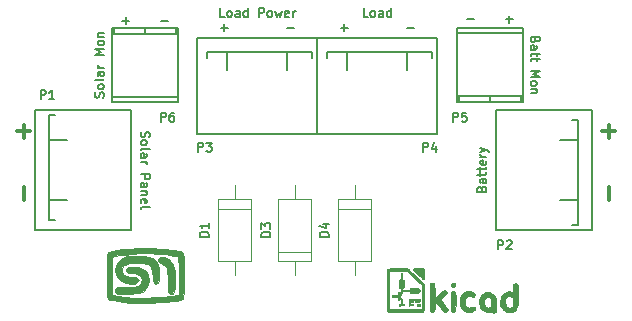
<source format=gbr>
G04 #@! TF.FileFunction,Legend,Top*
%FSLAX46Y46*%
G04 Gerber Fmt 4.6, Leading zero omitted, Abs format (unit mm)*
G04 Created by KiCad (PCBNEW 4.0.0-rc1-stable) date 17/09/2017 11:41:04*
%MOMM*%
G01*
G04 APERTURE LIST*
%ADD10C,0.076200*%
%ADD11C,0.127000*%
%ADD12C,0.300000*%
%ADD13C,0.120000*%
%ADD14C,0.150000*%
%ADD15C,0.100000*%
G04 APERTURE END LIST*
D10*
D11*
X172738142Y-95195571D02*
X172157571Y-95195571D01*
X172447857Y-94905286D02*
X172447857Y-95485857D01*
X169472429Y-95195571D02*
X168891858Y-95195571D01*
X139681858Y-95304429D02*
X140262429Y-95304429D01*
X139972143Y-95594714D02*
X139972143Y-95014143D01*
X142947571Y-95304429D02*
X143528142Y-95304429D01*
X174679429Y-96919143D02*
X174643143Y-97028000D01*
X174606857Y-97064285D01*
X174534286Y-97100571D01*
X174425429Y-97100571D01*
X174352857Y-97064285D01*
X174316571Y-97028000D01*
X174280286Y-96955428D01*
X174280286Y-96665143D01*
X175042286Y-96665143D01*
X175042286Y-96919143D01*
X175006000Y-96991714D01*
X174969714Y-97028000D01*
X174897143Y-97064285D01*
X174824571Y-97064285D01*
X174752000Y-97028000D01*
X174715714Y-96991714D01*
X174679429Y-96919143D01*
X174679429Y-96665143D01*
X174280286Y-97753714D02*
X174679429Y-97753714D01*
X174752000Y-97717428D01*
X174788286Y-97644857D01*
X174788286Y-97499714D01*
X174752000Y-97427143D01*
X174316571Y-97753714D02*
X174280286Y-97681143D01*
X174280286Y-97499714D01*
X174316571Y-97427143D01*
X174389143Y-97390857D01*
X174461714Y-97390857D01*
X174534286Y-97427143D01*
X174570571Y-97499714D01*
X174570571Y-97681143D01*
X174606857Y-97753714D01*
X174788286Y-98007714D02*
X174788286Y-98298000D01*
X175042286Y-98116572D02*
X174389143Y-98116572D01*
X174316571Y-98152857D01*
X174280286Y-98225429D01*
X174280286Y-98298000D01*
X174788286Y-98443143D02*
X174788286Y-98733429D01*
X175042286Y-98552001D02*
X174389143Y-98552001D01*
X174316571Y-98588286D01*
X174280286Y-98660858D01*
X174280286Y-98733429D01*
X174280286Y-99568001D02*
X175042286Y-99568001D01*
X174498000Y-99822001D01*
X175042286Y-100076001D01*
X174280286Y-100076001D01*
X174280286Y-100547715D02*
X174316571Y-100475143D01*
X174352857Y-100438858D01*
X174425429Y-100402572D01*
X174643143Y-100402572D01*
X174715714Y-100438858D01*
X174752000Y-100475143D01*
X174788286Y-100547715D01*
X174788286Y-100656572D01*
X174752000Y-100729143D01*
X174715714Y-100765429D01*
X174643143Y-100801715D01*
X174425429Y-100801715D01*
X174352857Y-100765429D01*
X174316571Y-100729143D01*
X174280286Y-100656572D01*
X174280286Y-100547715D01*
X174788286Y-101128287D02*
X174280286Y-101128287D01*
X174715714Y-101128287D02*
X174752000Y-101164572D01*
X174788286Y-101237144D01*
X174788286Y-101346001D01*
X174752000Y-101418572D01*
X174679429Y-101454858D01*
X174280286Y-101454858D01*
X138103429Y-101817714D02*
X138139714Y-101708857D01*
X138139714Y-101527428D01*
X138103429Y-101454857D01*
X138067143Y-101418571D01*
X137994571Y-101382286D01*
X137922000Y-101382286D01*
X137849429Y-101418571D01*
X137813143Y-101454857D01*
X137776857Y-101527428D01*
X137740571Y-101672571D01*
X137704286Y-101745143D01*
X137668000Y-101781428D01*
X137595429Y-101817714D01*
X137522857Y-101817714D01*
X137450286Y-101781428D01*
X137414000Y-101745143D01*
X137377714Y-101672571D01*
X137377714Y-101491143D01*
X137414000Y-101382286D01*
X138139714Y-100946857D02*
X138103429Y-101019429D01*
X138067143Y-101055714D01*
X137994571Y-101092000D01*
X137776857Y-101092000D01*
X137704286Y-101055714D01*
X137668000Y-101019429D01*
X137631714Y-100946857D01*
X137631714Y-100838000D01*
X137668000Y-100765429D01*
X137704286Y-100729143D01*
X137776857Y-100692857D01*
X137994571Y-100692857D01*
X138067143Y-100729143D01*
X138103429Y-100765429D01*
X138139714Y-100838000D01*
X138139714Y-100946857D01*
X138139714Y-100257428D02*
X138103429Y-100330000D01*
X138030857Y-100366285D01*
X137377714Y-100366285D01*
X138139714Y-99640571D02*
X137740571Y-99640571D01*
X137668000Y-99676857D01*
X137631714Y-99749428D01*
X137631714Y-99894571D01*
X137668000Y-99967142D01*
X138103429Y-99640571D02*
X138139714Y-99713142D01*
X138139714Y-99894571D01*
X138103429Y-99967142D01*
X138030857Y-100003428D01*
X137958286Y-100003428D01*
X137885714Y-99967142D01*
X137849429Y-99894571D01*
X137849429Y-99713142D01*
X137813143Y-99640571D01*
X138139714Y-99277713D02*
X137631714Y-99277713D01*
X137776857Y-99277713D02*
X137704286Y-99241428D01*
X137668000Y-99205142D01*
X137631714Y-99132571D01*
X137631714Y-99059999D01*
X138139714Y-98225428D02*
X137377714Y-98225428D01*
X137922000Y-97971428D01*
X137377714Y-97717428D01*
X138139714Y-97717428D01*
X138139714Y-97245714D02*
X138103429Y-97318286D01*
X138067143Y-97354571D01*
X137994571Y-97390857D01*
X137776857Y-97390857D01*
X137704286Y-97354571D01*
X137668000Y-97318286D01*
X137631714Y-97245714D01*
X137631714Y-97136857D01*
X137668000Y-97064286D01*
X137704286Y-97028000D01*
X137776857Y-96991714D01*
X137994571Y-96991714D01*
X138067143Y-97028000D01*
X138103429Y-97064286D01*
X138139714Y-97136857D01*
X138139714Y-97245714D01*
X137631714Y-96665142D02*
X138139714Y-96665142D01*
X137704286Y-96665142D02*
X137668000Y-96628857D01*
X137631714Y-96556285D01*
X137631714Y-96447428D01*
X137668000Y-96374857D01*
X137740571Y-96338571D01*
X138139714Y-96338571D01*
X160491714Y-94997814D02*
X160128857Y-94997814D01*
X160128857Y-94235814D01*
X160854571Y-94997814D02*
X160781999Y-94961529D01*
X160745714Y-94925243D01*
X160709428Y-94852671D01*
X160709428Y-94634957D01*
X160745714Y-94562386D01*
X160781999Y-94526100D01*
X160854571Y-94489814D01*
X160963428Y-94489814D01*
X161035999Y-94526100D01*
X161072285Y-94562386D01*
X161108571Y-94634957D01*
X161108571Y-94852671D01*
X161072285Y-94925243D01*
X161035999Y-94961529D01*
X160963428Y-94997814D01*
X160854571Y-94997814D01*
X161761714Y-94997814D02*
X161761714Y-94598671D01*
X161725428Y-94526100D01*
X161652857Y-94489814D01*
X161507714Y-94489814D01*
X161435143Y-94526100D01*
X161761714Y-94961529D02*
X161689143Y-94997814D01*
X161507714Y-94997814D01*
X161435143Y-94961529D01*
X161398857Y-94888957D01*
X161398857Y-94816386D01*
X161435143Y-94743814D01*
X161507714Y-94707529D01*
X161689143Y-94707529D01*
X161761714Y-94671243D01*
X162451143Y-94997814D02*
X162451143Y-94235814D01*
X162451143Y-94961529D02*
X162378572Y-94997814D01*
X162233429Y-94997814D01*
X162160857Y-94961529D01*
X162124572Y-94925243D01*
X162088286Y-94852671D01*
X162088286Y-94634957D01*
X162124572Y-94562386D01*
X162160857Y-94526100D01*
X162233429Y-94489814D01*
X162378572Y-94489814D01*
X162451143Y-94526100D01*
X158205716Y-95901329D02*
X158786287Y-95901329D01*
X158496001Y-96191614D02*
X158496001Y-95611043D01*
X163793713Y-95901329D02*
X164374284Y-95901329D01*
X148354143Y-94997814D02*
X147991286Y-94997814D01*
X147991286Y-94235814D01*
X148717000Y-94997814D02*
X148644428Y-94961529D01*
X148608143Y-94925243D01*
X148571857Y-94852671D01*
X148571857Y-94634957D01*
X148608143Y-94562386D01*
X148644428Y-94526100D01*
X148717000Y-94489814D01*
X148825857Y-94489814D01*
X148898428Y-94526100D01*
X148934714Y-94562386D01*
X148971000Y-94634957D01*
X148971000Y-94852671D01*
X148934714Y-94925243D01*
X148898428Y-94961529D01*
X148825857Y-94997814D01*
X148717000Y-94997814D01*
X149624143Y-94997814D02*
X149624143Y-94598671D01*
X149587857Y-94526100D01*
X149515286Y-94489814D01*
X149370143Y-94489814D01*
X149297572Y-94526100D01*
X149624143Y-94961529D02*
X149551572Y-94997814D01*
X149370143Y-94997814D01*
X149297572Y-94961529D01*
X149261286Y-94888957D01*
X149261286Y-94816386D01*
X149297572Y-94743814D01*
X149370143Y-94707529D01*
X149551572Y-94707529D01*
X149624143Y-94671243D01*
X150313572Y-94997814D02*
X150313572Y-94235814D01*
X150313572Y-94961529D02*
X150241001Y-94997814D01*
X150095858Y-94997814D01*
X150023286Y-94961529D01*
X149987001Y-94925243D01*
X149950715Y-94852671D01*
X149950715Y-94634957D01*
X149987001Y-94562386D01*
X150023286Y-94526100D01*
X150095858Y-94489814D01*
X150241001Y-94489814D01*
X150313572Y-94526100D01*
X151257001Y-94997814D02*
X151257001Y-94235814D01*
X151547286Y-94235814D01*
X151619858Y-94272100D01*
X151656143Y-94308386D01*
X151692429Y-94380957D01*
X151692429Y-94489814D01*
X151656143Y-94562386D01*
X151619858Y-94598671D01*
X151547286Y-94634957D01*
X151257001Y-94634957D01*
X152127858Y-94997814D02*
X152055286Y-94961529D01*
X152019001Y-94925243D01*
X151982715Y-94852671D01*
X151982715Y-94634957D01*
X152019001Y-94562386D01*
X152055286Y-94526100D01*
X152127858Y-94489814D01*
X152236715Y-94489814D01*
X152309286Y-94526100D01*
X152345572Y-94562386D01*
X152381858Y-94634957D01*
X152381858Y-94852671D01*
X152345572Y-94925243D01*
X152309286Y-94961529D01*
X152236715Y-94997814D01*
X152127858Y-94997814D01*
X152635858Y-94489814D02*
X152781001Y-94997814D01*
X152926144Y-94634957D01*
X153071287Y-94997814D01*
X153216430Y-94489814D01*
X153797001Y-94961529D02*
X153724430Y-94997814D01*
X153579287Y-94997814D01*
X153506716Y-94961529D01*
X153470430Y-94888957D01*
X153470430Y-94598671D01*
X153506716Y-94526100D01*
X153579287Y-94489814D01*
X153724430Y-94489814D01*
X153797001Y-94526100D01*
X153833287Y-94598671D01*
X153833287Y-94671243D01*
X153470430Y-94743814D01*
X154159859Y-94997814D02*
X154159859Y-94489814D01*
X154159859Y-94634957D02*
X154196144Y-94562386D01*
X154232430Y-94526100D01*
X154305001Y-94489814D01*
X154377573Y-94489814D01*
X148045716Y-95901329D02*
X148626287Y-95901329D01*
X148336001Y-96191614D02*
X148336001Y-95611043D01*
X153633713Y-95901329D02*
X154214284Y-95901329D01*
D12*
X180867857Y-104100715D02*
X180867857Y-105243572D01*
X180296429Y-104672143D02*
X181439286Y-104672143D01*
X180867857Y-109386429D02*
X180867857Y-110529286D01*
X131337857Y-104100715D02*
X131337857Y-105243572D01*
X130766429Y-104672143D02*
X131909286Y-104672143D01*
X131337857Y-109386429D02*
X131337857Y-110529286D01*
D11*
X170125571Y-109528428D02*
X170161857Y-109419571D01*
X170198143Y-109383286D01*
X170270714Y-109347000D01*
X170379571Y-109347000D01*
X170452143Y-109383286D01*
X170488429Y-109419571D01*
X170524714Y-109492143D01*
X170524714Y-109782428D01*
X169762714Y-109782428D01*
X169762714Y-109528428D01*
X169799000Y-109455857D01*
X169835286Y-109419571D01*
X169907857Y-109383286D01*
X169980429Y-109383286D01*
X170053000Y-109419571D01*
X170089286Y-109455857D01*
X170125571Y-109528428D01*
X170125571Y-109782428D01*
X170524714Y-108693857D02*
X170125571Y-108693857D01*
X170053000Y-108730143D01*
X170016714Y-108802714D01*
X170016714Y-108947857D01*
X170053000Y-109020428D01*
X170488429Y-108693857D02*
X170524714Y-108766428D01*
X170524714Y-108947857D01*
X170488429Y-109020428D01*
X170415857Y-109056714D01*
X170343286Y-109056714D01*
X170270714Y-109020428D01*
X170234429Y-108947857D01*
X170234429Y-108766428D01*
X170198143Y-108693857D01*
X170016714Y-108439857D02*
X170016714Y-108149571D01*
X169762714Y-108330999D02*
X170415857Y-108330999D01*
X170488429Y-108294714D01*
X170524714Y-108222142D01*
X170524714Y-108149571D01*
X170016714Y-108004428D02*
X170016714Y-107714142D01*
X169762714Y-107895570D02*
X170415857Y-107895570D01*
X170488429Y-107859285D01*
X170524714Y-107786713D01*
X170524714Y-107714142D01*
X170488429Y-107169856D02*
X170524714Y-107242427D01*
X170524714Y-107387570D01*
X170488429Y-107460141D01*
X170415857Y-107496427D01*
X170125571Y-107496427D01*
X170053000Y-107460141D01*
X170016714Y-107387570D01*
X170016714Y-107242427D01*
X170053000Y-107169856D01*
X170125571Y-107133570D01*
X170198143Y-107133570D01*
X170270714Y-107496427D01*
X170524714Y-106806998D02*
X170016714Y-106806998D01*
X170161857Y-106806998D02*
X170089286Y-106770713D01*
X170053000Y-106734427D01*
X170016714Y-106661856D01*
X170016714Y-106589284D01*
X170016714Y-106407856D02*
X170524714Y-106226427D01*
X170016714Y-106044999D02*
X170524714Y-106226427D01*
X170706143Y-106298999D01*
X170742429Y-106335284D01*
X170778714Y-106407856D01*
X141296571Y-104720571D02*
X141260286Y-104829428D01*
X141260286Y-105010857D01*
X141296571Y-105083428D01*
X141332857Y-105119714D01*
X141405429Y-105155999D01*
X141478000Y-105155999D01*
X141550571Y-105119714D01*
X141586857Y-105083428D01*
X141623143Y-105010857D01*
X141659429Y-104865714D01*
X141695714Y-104793142D01*
X141732000Y-104756857D01*
X141804571Y-104720571D01*
X141877143Y-104720571D01*
X141949714Y-104756857D01*
X141986000Y-104793142D01*
X142022286Y-104865714D01*
X142022286Y-105047142D01*
X141986000Y-105155999D01*
X141260286Y-105591428D02*
X141296571Y-105518856D01*
X141332857Y-105482571D01*
X141405429Y-105446285D01*
X141623143Y-105446285D01*
X141695714Y-105482571D01*
X141732000Y-105518856D01*
X141768286Y-105591428D01*
X141768286Y-105700285D01*
X141732000Y-105772856D01*
X141695714Y-105809142D01*
X141623143Y-105845428D01*
X141405429Y-105845428D01*
X141332857Y-105809142D01*
X141296571Y-105772856D01*
X141260286Y-105700285D01*
X141260286Y-105591428D01*
X141260286Y-106280857D02*
X141296571Y-106208285D01*
X141369143Y-106172000D01*
X142022286Y-106172000D01*
X141260286Y-106897714D02*
X141659429Y-106897714D01*
X141732000Y-106861428D01*
X141768286Y-106788857D01*
X141768286Y-106643714D01*
X141732000Y-106571143D01*
X141296571Y-106897714D02*
X141260286Y-106825143D01*
X141260286Y-106643714D01*
X141296571Y-106571143D01*
X141369143Y-106534857D01*
X141441714Y-106534857D01*
X141514286Y-106571143D01*
X141550571Y-106643714D01*
X141550571Y-106825143D01*
X141586857Y-106897714D01*
X141260286Y-107260572D02*
X141768286Y-107260572D01*
X141623143Y-107260572D02*
X141695714Y-107296857D01*
X141732000Y-107333143D01*
X141768286Y-107405714D01*
X141768286Y-107478286D01*
X141260286Y-108312857D02*
X142022286Y-108312857D01*
X142022286Y-108603142D01*
X141986000Y-108675714D01*
X141949714Y-108711999D01*
X141877143Y-108748285D01*
X141768286Y-108748285D01*
X141695714Y-108711999D01*
X141659429Y-108675714D01*
X141623143Y-108603142D01*
X141623143Y-108312857D01*
X141260286Y-109401428D02*
X141659429Y-109401428D01*
X141732000Y-109365142D01*
X141768286Y-109292571D01*
X141768286Y-109147428D01*
X141732000Y-109074857D01*
X141296571Y-109401428D02*
X141260286Y-109328857D01*
X141260286Y-109147428D01*
X141296571Y-109074857D01*
X141369143Y-109038571D01*
X141441714Y-109038571D01*
X141514286Y-109074857D01*
X141550571Y-109147428D01*
X141550571Y-109328857D01*
X141586857Y-109401428D01*
X141768286Y-109764286D02*
X141260286Y-109764286D01*
X141695714Y-109764286D02*
X141732000Y-109800571D01*
X141768286Y-109873143D01*
X141768286Y-109982000D01*
X141732000Y-110054571D01*
X141659429Y-110090857D01*
X141260286Y-110090857D01*
X141296571Y-110744000D02*
X141260286Y-110671429D01*
X141260286Y-110526286D01*
X141296571Y-110453715D01*
X141369143Y-110417429D01*
X141659429Y-110417429D01*
X141732000Y-110453715D01*
X141768286Y-110526286D01*
X141768286Y-110671429D01*
X141732000Y-110744000D01*
X141659429Y-110780286D01*
X141586857Y-110780286D01*
X141514286Y-110417429D01*
X141260286Y-111215715D02*
X141296571Y-111143143D01*
X141369143Y-111106858D01*
X142022286Y-111106858D01*
D13*
X150635000Y-110370000D02*
X147815000Y-110370000D01*
X147815000Y-110370000D02*
X147815000Y-115690000D01*
X147815000Y-115690000D02*
X150635000Y-115690000D01*
X150635000Y-115690000D02*
X150635000Y-110370000D01*
X149225000Y-109230000D02*
X149225000Y-110370000D01*
X149225000Y-116830000D02*
X149225000Y-115690000D01*
X150635000Y-111210000D02*
X147815000Y-111210000D01*
X152895000Y-115690000D02*
X155715000Y-115690000D01*
X155715000Y-115690000D02*
X155715000Y-110370000D01*
X155715000Y-110370000D02*
X152895000Y-110370000D01*
X152895000Y-110370000D02*
X152895000Y-115690000D01*
X154305000Y-116830000D02*
X154305000Y-115690000D01*
X154305000Y-109230000D02*
X154305000Y-110370000D01*
X152895000Y-114850000D02*
X155715000Y-114850000D01*
X160795000Y-110370000D02*
X157975000Y-110370000D01*
X157975000Y-110370000D02*
X157975000Y-115690000D01*
X157975000Y-115690000D02*
X160795000Y-115690000D01*
X160795000Y-115690000D02*
X160795000Y-110370000D01*
X159385000Y-109230000D02*
X159385000Y-110370000D01*
X159385000Y-116830000D02*
X159385000Y-115690000D01*
X160795000Y-111210000D02*
X157975000Y-111210000D01*
D14*
X133525000Y-103310000D02*
X133525000Y-112210000D01*
X133525000Y-112210000D02*
X134025000Y-112210000D01*
X135025000Y-110490000D02*
X133525000Y-110490000D01*
X135025000Y-105410000D02*
X133525000Y-105410000D01*
X134025000Y-103310000D02*
X133525000Y-103310000D01*
X140425000Y-102870000D02*
X140425000Y-113030000D01*
X140425000Y-113030000D02*
X132325000Y-113030000D01*
X132325000Y-113030000D02*
X132325000Y-102870000D01*
X132325000Y-102870000D02*
X140425000Y-102870000D01*
X178260000Y-112590000D02*
X178260000Y-103690000D01*
X178260000Y-103690000D02*
X177760000Y-103690000D01*
X176760000Y-105410000D02*
X178260000Y-105410000D01*
X176760000Y-110490000D02*
X178260000Y-110490000D01*
X177760000Y-112590000D02*
X178260000Y-112590000D01*
X171360000Y-113030000D02*
X171360000Y-102870000D01*
X171360000Y-102870000D02*
X179460000Y-102870000D01*
X179460000Y-102870000D02*
X179460000Y-113030000D01*
X179460000Y-113030000D02*
X171360000Y-113030000D01*
X155770000Y-97965000D02*
X146870000Y-97965000D01*
X146870000Y-97965000D02*
X146870000Y-98465000D01*
X148590000Y-99465000D02*
X148590000Y-97965000D01*
X153670000Y-99465000D02*
X153670000Y-97965000D01*
X155770000Y-98465000D02*
X155770000Y-97965000D01*
X156210000Y-104865000D02*
X146050000Y-104865000D01*
X146050000Y-104865000D02*
X146050000Y-96765000D01*
X146050000Y-96765000D02*
X156210000Y-96765000D01*
X156210000Y-96765000D02*
X156210000Y-104865000D01*
X165930000Y-97965000D02*
X157030000Y-97965000D01*
X157030000Y-97965000D02*
X157030000Y-98465000D01*
X158750000Y-99465000D02*
X158750000Y-97965000D01*
X163830000Y-99465000D02*
X163830000Y-97965000D01*
X165930000Y-98465000D02*
X165930000Y-97965000D01*
X166370000Y-104865000D02*
X156210000Y-104865000D01*
X156210000Y-104865000D02*
X156210000Y-96765000D01*
X156210000Y-96765000D02*
X166370000Y-96765000D01*
X166370000Y-96765000D02*
X166370000Y-104865000D01*
X173614080Y-101660960D02*
X168015920Y-101660960D01*
X168214040Y-102158800D02*
X168214040Y-101660960D01*
X173415960Y-101660960D02*
X173415960Y-102158800D01*
X170815000Y-102158800D02*
X170815000Y-101660960D01*
X168015920Y-96359980D02*
X173614080Y-96359980D01*
X168015920Y-102158800D02*
X173614080Y-102158800D01*
X173614080Y-102158800D02*
X173614080Y-95961200D01*
X173614080Y-95961200D02*
X168015920Y-95961200D01*
X168015920Y-95961200D02*
X168015920Y-102158800D01*
X138805920Y-96459040D02*
X144404080Y-96459040D01*
X144205960Y-95961200D02*
X144205960Y-96459040D01*
X139004040Y-96459040D02*
X139004040Y-95961200D01*
X141605000Y-95961200D02*
X141605000Y-96459040D01*
X144404080Y-101760020D02*
X138805920Y-101760020D01*
X144404080Y-95961200D02*
X138805920Y-95961200D01*
X138805920Y-95961200D02*
X138805920Y-102158800D01*
X138805920Y-102158800D02*
X144404080Y-102158800D01*
X144404080Y-102158800D02*
X144404080Y-95961200D01*
D15*
G36*
X171341898Y-119269053D02*
X171340458Y-119459921D01*
X171340334Y-119468623D01*
X171333583Y-119934070D01*
X171274195Y-119985118D01*
X171194251Y-120029807D01*
X171110712Y-120033865D01*
X171030791Y-119997589D01*
X171003485Y-119973908D01*
X170961688Y-119935367D01*
X170942000Y-119927766D01*
X170942000Y-119148792D01*
X170935338Y-119003606D01*
X170914006Y-118892007D01*
X170875985Y-118807181D01*
X170822329Y-118744982D01*
X170735924Y-118694882D01*
X170638728Y-118679518D01*
X170540923Y-118696853D01*
X170452694Y-118744852D01*
X170384224Y-118821479D01*
X170376986Y-118834022D01*
X170354122Y-118902736D01*
X170340320Y-118999279D01*
X170335459Y-119110657D01*
X170339423Y-119223874D01*
X170352092Y-119325938D01*
X170373349Y-119403855D01*
X170382349Y-119422261D01*
X170453342Y-119510490D01*
X170540202Y-119567675D01*
X170634943Y-119591873D01*
X170729581Y-119581136D01*
X170816129Y-119533519D01*
X170821192Y-119529183D01*
X170879978Y-119460541D01*
X170918065Y-119372453D01*
X170937810Y-119257495D01*
X170942000Y-119148792D01*
X170942000Y-119927766D01*
X170930245Y-119923229D01*
X170890456Y-119933107D01*
X170868210Y-119942158D01*
X170807645Y-119958161D01*
X170722773Y-119969109D01*
X170641055Y-119972649D01*
X170542326Y-119968682D01*
X170463340Y-119953629D01*
X170381982Y-119922727D01*
X170358124Y-119911703D01*
X170210772Y-119822487D01*
X170095089Y-119708457D01*
X170010234Y-119568038D01*
X169955366Y-119399654D01*
X169929644Y-119201730D01*
X169927343Y-119104833D01*
X169938511Y-118933444D01*
X169973045Y-118786671D01*
X170034845Y-118651537D01*
X170088959Y-118567353D01*
X170197509Y-118447247D01*
X170325186Y-118360668D01*
X170465947Y-118307105D01*
X170613748Y-118286047D01*
X170762544Y-118296985D01*
X170906291Y-118339407D01*
X171038945Y-118412805D01*
X171154462Y-118516667D01*
X171246798Y-118650482D01*
X171254664Y-118665773D01*
X171283855Y-118732150D01*
X171306321Y-118804103D01*
X171322711Y-118887701D01*
X171333672Y-118989012D01*
X171339852Y-119114106D01*
X171341898Y-119269053D01*
X171341898Y-119269053D01*
X171341898Y-119269053D01*
G37*
X171341898Y-119269053D02*
X171340458Y-119459921D01*
X171340334Y-119468623D01*
X171333583Y-119934070D01*
X171274195Y-119985118D01*
X171194251Y-120029807D01*
X171110712Y-120033865D01*
X171030791Y-119997589D01*
X171003485Y-119973908D01*
X170961688Y-119935367D01*
X170942000Y-119927766D01*
X170942000Y-119148792D01*
X170935338Y-119003606D01*
X170914006Y-118892007D01*
X170875985Y-118807181D01*
X170822329Y-118744982D01*
X170735924Y-118694882D01*
X170638728Y-118679518D01*
X170540923Y-118696853D01*
X170452694Y-118744852D01*
X170384224Y-118821479D01*
X170376986Y-118834022D01*
X170354122Y-118902736D01*
X170340320Y-118999279D01*
X170335459Y-119110657D01*
X170339423Y-119223874D01*
X170352092Y-119325938D01*
X170373349Y-119403855D01*
X170382349Y-119422261D01*
X170453342Y-119510490D01*
X170540202Y-119567675D01*
X170634943Y-119591873D01*
X170729581Y-119581136D01*
X170816129Y-119533519D01*
X170821192Y-119529183D01*
X170879978Y-119460541D01*
X170918065Y-119372453D01*
X170937810Y-119257495D01*
X170942000Y-119148792D01*
X170942000Y-119927766D01*
X170930245Y-119923229D01*
X170890456Y-119933107D01*
X170868210Y-119942158D01*
X170807645Y-119958161D01*
X170722773Y-119969109D01*
X170641055Y-119972649D01*
X170542326Y-119968682D01*
X170463340Y-119953629D01*
X170381982Y-119922727D01*
X170358124Y-119911703D01*
X170210772Y-119822487D01*
X170095089Y-119708457D01*
X170010234Y-119568038D01*
X169955366Y-119399654D01*
X169929644Y-119201730D01*
X169927343Y-119104833D01*
X169938511Y-118933444D01*
X169973045Y-118786671D01*
X170034845Y-118651537D01*
X170088959Y-118567353D01*
X170197509Y-118447247D01*
X170325186Y-118360668D01*
X170465947Y-118307105D01*
X170613748Y-118286047D01*
X170762544Y-118296985D01*
X170906291Y-118339407D01*
X171038945Y-118412805D01*
X171154462Y-118516667D01*
X171246798Y-118650482D01*
X171254664Y-118665773D01*
X171283855Y-118732150D01*
X171306321Y-118804103D01*
X171322711Y-118887701D01*
X171333672Y-118989012D01*
X171339852Y-119114106D01*
X171341898Y-119269053D01*
X171341898Y-119269053D01*
G36*
X167237833Y-119782302D02*
X167220317Y-119847936D01*
X167176097Y-119913875D01*
X167117667Y-119964436D01*
X167079324Y-119981298D01*
X167035954Y-119987501D01*
X166993674Y-119981163D01*
X166948615Y-119958898D01*
X166896908Y-119917318D01*
X166834686Y-119853039D01*
X166758081Y-119762672D01*
X166663225Y-119642832D01*
X166602267Y-119563646D01*
X166518506Y-119455383D01*
X166442455Y-119359418D01*
X166378097Y-119280586D01*
X166329414Y-119223723D01*
X166300387Y-119193667D01*
X166294777Y-119190175D01*
X166267745Y-119203907D01*
X166225732Y-119239310D01*
X166206683Y-119258291D01*
X166179595Y-119287797D01*
X166160990Y-119315237D01*
X166149011Y-119349218D01*
X166141803Y-119398349D01*
X166137509Y-119471235D01*
X166134272Y-119576483D01*
X166133739Y-119596488D01*
X166130311Y-119708405D01*
X166125971Y-119786319D01*
X166119145Y-119838555D01*
X166108257Y-119873438D01*
X166091731Y-119899293D01*
X166072529Y-119919936D01*
X166012636Y-119961484D01*
X165943872Y-119986084D01*
X165943143Y-119986204D01*
X165888476Y-119989095D01*
X165843423Y-119971866D01*
X165796114Y-119934367D01*
X165724417Y-119870305D01*
X165724417Y-118723563D01*
X165724417Y-117576820D01*
X165787917Y-117526015D01*
X165864658Y-117486831D01*
X165948618Y-117478543D01*
X166027651Y-117499228D01*
X166089612Y-117546963D01*
X166108714Y-117576811D01*
X166113689Y-117606772D01*
X166118908Y-117673194D01*
X166124101Y-117770209D01*
X166128999Y-117891948D01*
X166133333Y-118032543D01*
X166136834Y-118186124D01*
X166136950Y-118192296D01*
X166147750Y-118772010D01*
X166501698Y-118452140D01*
X166606796Y-118358683D01*
X166704366Y-118274769D01*
X166789124Y-118204718D01*
X166855788Y-118152848D01*
X166899075Y-118123476D01*
X166909567Y-118118737D01*
X166981527Y-118119128D01*
X167057091Y-118147020D01*
X167116464Y-118194636D01*
X167122260Y-118202293D01*
X167144028Y-118254557D01*
X167153166Y-118318588D01*
X167153167Y-118319014D01*
X167149813Y-118350684D01*
X167137330Y-118383884D01*
X167112087Y-118422725D01*
X167070449Y-118471318D01*
X167008786Y-118533775D01*
X166923464Y-118614207D01*
X166810851Y-118716727D01*
X166766787Y-118756370D01*
X166602657Y-118903750D01*
X166920245Y-119312968D01*
X167027572Y-119452602D01*
X167110050Y-119563193D01*
X167169996Y-119648163D01*
X167209727Y-119710938D01*
X167231560Y-119754941D01*
X167237833Y-119782302D01*
X167237833Y-119782302D01*
X167237833Y-119782302D01*
G37*
X167237833Y-119782302D02*
X167220317Y-119847936D01*
X167176097Y-119913875D01*
X167117667Y-119964436D01*
X167079324Y-119981298D01*
X167035954Y-119987501D01*
X166993674Y-119981163D01*
X166948615Y-119958898D01*
X166896908Y-119917318D01*
X166834686Y-119853039D01*
X166758081Y-119762672D01*
X166663225Y-119642832D01*
X166602267Y-119563646D01*
X166518506Y-119455383D01*
X166442455Y-119359418D01*
X166378097Y-119280586D01*
X166329414Y-119223723D01*
X166300387Y-119193667D01*
X166294777Y-119190175D01*
X166267745Y-119203907D01*
X166225732Y-119239310D01*
X166206683Y-119258291D01*
X166179595Y-119287797D01*
X166160990Y-119315237D01*
X166149011Y-119349218D01*
X166141803Y-119398349D01*
X166137509Y-119471235D01*
X166134272Y-119576483D01*
X166133739Y-119596488D01*
X166130311Y-119708405D01*
X166125971Y-119786319D01*
X166119145Y-119838555D01*
X166108257Y-119873438D01*
X166091731Y-119899293D01*
X166072529Y-119919936D01*
X166012636Y-119961484D01*
X165943872Y-119986084D01*
X165943143Y-119986204D01*
X165888476Y-119989095D01*
X165843423Y-119971866D01*
X165796114Y-119934367D01*
X165724417Y-119870305D01*
X165724417Y-118723563D01*
X165724417Y-117576820D01*
X165787917Y-117526015D01*
X165864658Y-117486831D01*
X165948618Y-117478543D01*
X166027651Y-117499228D01*
X166089612Y-117546963D01*
X166108714Y-117576811D01*
X166113689Y-117606772D01*
X166118908Y-117673194D01*
X166124101Y-117770209D01*
X166128999Y-117891948D01*
X166133333Y-118032543D01*
X166136834Y-118186124D01*
X166136950Y-118192296D01*
X166147750Y-118772010D01*
X166501698Y-118452140D01*
X166606796Y-118358683D01*
X166704366Y-118274769D01*
X166789124Y-118204718D01*
X166855788Y-118152848D01*
X166899075Y-118123476D01*
X166909567Y-118118737D01*
X166981527Y-118119128D01*
X167057091Y-118147020D01*
X167116464Y-118194636D01*
X167122260Y-118202293D01*
X167144028Y-118254557D01*
X167153166Y-118318588D01*
X167153167Y-118319014D01*
X167149813Y-118350684D01*
X167137330Y-118383884D01*
X167112087Y-118422725D01*
X167070449Y-118471318D01*
X167008786Y-118533775D01*
X166923464Y-118614207D01*
X166810851Y-118716727D01*
X166766787Y-118756370D01*
X166602657Y-118903750D01*
X166920245Y-119312968D01*
X167027572Y-119452602D01*
X167110050Y-119563193D01*
X167169996Y-119648163D01*
X167209727Y-119710938D01*
X167231560Y-119754941D01*
X167237833Y-119782302D01*
X167237833Y-119782302D01*
G36*
X167912909Y-118824501D02*
X167911909Y-119014914D01*
X167910900Y-119137904D01*
X167904583Y-119865926D01*
X167851667Y-119918783D01*
X167781735Y-119965763D01*
X167701586Y-119985583D01*
X167629417Y-119974624D01*
X167583581Y-119945277D01*
X167544750Y-119909468D01*
X167533509Y-119895231D01*
X167524397Y-119877133D01*
X167517144Y-119850789D01*
X167511484Y-119811816D01*
X167507148Y-119755828D01*
X167503869Y-119678441D01*
X167501379Y-119575271D01*
X167499409Y-119441933D01*
X167497692Y-119274042D01*
X167496366Y-119117476D01*
X167490316Y-118372511D01*
X167538700Y-118301095D01*
X167604580Y-118231663D01*
X167679798Y-118203233D01*
X167763277Y-118216147D01*
X167781415Y-118223981D01*
X167815595Y-118241741D01*
X167843506Y-118262023D01*
X167865738Y-118288992D01*
X167882880Y-118326813D01*
X167895523Y-118379653D01*
X167904257Y-118451676D01*
X167909673Y-118547048D01*
X167912360Y-118669934D01*
X167912909Y-118824501D01*
X167912909Y-118824501D01*
X167912909Y-118824501D01*
G37*
X167912909Y-118824501D02*
X167911909Y-119014914D01*
X167910900Y-119137904D01*
X167904583Y-119865926D01*
X167851667Y-119918783D01*
X167781735Y-119965763D01*
X167701586Y-119985583D01*
X167629417Y-119974624D01*
X167583581Y-119945277D01*
X167544750Y-119909468D01*
X167533509Y-119895231D01*
X167524397Y-119877133D01*
X167517144Y-119850789D01*
X167511484Y-119811816D01*
X167507148Y-119755828D01*
X167503869Y-119678441D01*
X167501379Y-119575271D01*
X167499409Y-119441933D01*
X167497692Y-119274042D01*
X167496366Y-119117476D01*
X167490316Y-118372511D01*
X167538700Y-118301095D01*
X167604580Y-118231663D01*
X167679798Y-118203233D01*
X167763277Y-118216147D01*
X167781415Y-118223981D01*
X167815595Y-118241741D01*
X167843506Y-118262023D01*
X167865738Y-118288992D01*
X167882880Y-118326813D01*
X167895523Y-118379653D01*
X167904257Y-118451676D01*
X167909673Y-118547048D01*
X167912360Y-118669934D01*
X167912909Y-118824501D01*
X167912909Y-118824501D01*
G36*
X169587333Y-119718577D02*
X169567375Y-119779699D01*
X169512313Y-119837341D01*
X169429365Y-119888951D01*
X169325753Y-119931978D01*
X169208694Y-119963871D01*
X169085408Y-119982079D01*
X168963114Y-119984052D01*
X168870010Y-119972053D01*
X168707708Y-119917410D01*
X168563808Y-119827608D01*
X168444093Y-119707873D01*
X168354344Y-119563425D01*
X168319708Y-119474894D01*
X168272150Y-119261995D01*
X168262006Y-119047987D01*
X168288905Y-118840234D01*
X168352482Y-118646100D01*
X168362235Y-118624752D01*
X168451628Y-118482766D01*
X168570532Y-118366462D01*
X168712534Y-118279127D01*
X168871222Y-118224046D01*
X169040184Y-118204507D01*
X169163500Y-118214114D01*
X169307473Y-118247485D01*
X169423597Y-118295047D01*
X169509405Y-118353865D01*
X169562430Y-118421002D01*
X169580203Y-118493522D01*
X169560258Y-118568489D01*
X169513351Y-118630406D01*
X169459330Y-118668000D01*
X169393516Y-118679277D01*
X169307775Y-118664490D01*
X169232564Y-118639155D01*
X169124319Y-118606137D01*
X169032563Y-118599083D01*
X168941124Y-118617021D01*
X168929033Y-118620932D01*
X168831437Y-118668604D01*
X168759512Y-118739768D01*
X168711258Y-118838277D01*
X168684677Y-118967985D01*
X168677631Y-119105640D01*
X168685701Y-119256483D01*
X168712192Y-119374124D01*
X168759357Y-119464484D01*
X168829449Y-119533485D01*
X168844338Y-119543870D01*
X168931126Y-119579984D01*
X169037909Y-119593059D01*
X169149031Y-119582884D01*
X169248667Y-119549333D01*
X169309943Y-119522838D01*
X169362201Y-119508088D01*
X169373827Y-119507000D01*
X169456805Y-119526228D01*
X169526846Y-119577082D01*
X169573608Y-119649313D01*
X169587333Y-119718577D01*
X169587333Y-119718577D01*
X169587333Y-119718577D01*
G37*
X169587333Y-119718577D02*
X169567375Y-119779699D01*
X169512313Y-119837341D01*
X169429365Y-119888951D01*
X169325753Y-119931978D01*
X169208694Y-119963871D01*
X169085408Y-119982079D01*
X168963114Y-119984052D01*
X168870010Y-119972053D01*
X168707708Y-119917410D01*
X168563808Y-119827608D01*
X168444093Y-119707873D01*
X168354344Y-119563425D01*
X168319708Y-119474894D01*
X168272150Y-119261995D01*
X168262006Y-119047987D01*
X168288905Y-118840234D01*
X168352482Y-118646100D01*
X168362235Y-118624752D01*
X168451628Y-118482766D01*
X168570532Y-118366462D01*
X168712534Y-118279127D01*
X168871222Y-118224046D01*
X169040184Y-118204507D01*
X169163500Y-118214114D01*
X169307473Y-118247485D01*
X169423597Y-118295047D01*
X169509405Y-118353865D01*
X169562430Y-118421002D01*
X169580203Y-118493522D01*
X169560258Y-118568489D01*
X169513351Y-118630406D01*
X169459330Y-118668000D01*
X169393516Y-118679277D01*
X169307775Y-118664490D01*
X169232564Y-118639155D01*
X169124319Y-118606137D01*
X169032563Y-118599083D01*
X168941124Y-118617021D01*
X168929033Y-118620932D01*
X168831437Y-118668604D01*
X168759512Y-118739768D01*
X168711258Y-118838277D01*
X168684677Y-118967985D01*
X168677631Y-119105640D01*
X168685701Y-119256483D01*
X168712192Y-119374124D01*
X168759357Y-119464484D01*
X168829449Y-119533485D01*
X168844338Y-119543870D01*
X168931126Y-119579984D01*
X169037909Y-119593059D01*
X169149031Y-119582884D01*
X169248667Y-119549333D01*
X169309943Y-119522838D01*
X169362201Y-119508088D01*
X169373827Y-119507000D01*
X169456805Y-119526228D01*
X169526846Y-119577082D01*
X169573608Y-119649313D01*
X169587333Y-119718577D01*
X169587333Y-119718577D01*
G36*
X173188202Y-117643612D02*
X173181348Y-118527681D01*
X173179615Y-118744448D01*
X173177932Y-118923221D01*
X173176053Y-119068336D01*
X173173737Y-119184131D01*
X173170738Y-119274943D01*
X173166813Y-119345110D01*
X173161717Y-119398970D01*
X173155208Y-119440859D01*
X173147040Y-119475115D01*
X173136971Y-119506076D01*
X173124755Y-119538078D01*
X173124491Y-119538750D01*
X173063806Y-119668755D01*
X172993618Y-119767882D01*
X172905422Y-119847575D01*
X172883407Y-119863193D01*
X172783500Y-119914286D01*
X172783500Y-119068381D01*
X172783500Y-118783099D01*
X172713430Y-118713029D01*
X172643803Y-118660069D01*
X172563789Y-118621934D01*
X172551309Y-118618173D01*
X172431397Y-118603800D01*
X172326683Y-118627237D01*
X172239546Y-118685944D01*
X172172364Y-118777385D01*
X172127515Y-118899023D01*
X172107378Y-119048321D01*
X172106485Y-119092728D01*
X172120460Y-119250548D01*
X172160035Y-119383353D01*
X172222771Y-119488069D01*
X172306226Y-119561619D01*
X172407961Y-119600929D01*
X172512634Y-119604546D01*
X172585690Y-119585423D01*
X172654039Y-119551065D01*
X172655962Y-119549716D01*
X172703188Y-119509045D01*
X172737565Y-119459676D01*
X172760936Y-119394657D01*
X172775142Y-119307034D01*
X172782026Y-119189855D01*
X172783500Y-119068381D01*
X172783500Y-119914286D01*
X172735508Y-119938830D01*
X172568386Y-119977520D01*
X172384308Y-119978788D01*
X172349583Y-119975009D01*
X172238277Y-119947307D01*
X172117720Y-119895230D01*
X172005307Y-119827297D01*
X171940590Y-119774694D01*
X171897144Y-119723000D01*
X171846751Y-119647406D01*
X171799248Y-119562878D01*
X171792480Y-119549333D01*
X171714696Y-119390583D01*
X171715186Y-119104833D01*
X171716334Y-118981913D01*
X171720089Y-118891189D01*
X171727647Y-118822548D01*
X171740202Y-118765875D01*
X171758951Y-118711057D01*
X171762923Y-118700987D01*
X171845735Y-118547097D01*
X171957011Y-118420455D01*
X172091065Y-118323562D01*
X172242212Y-118258923D01*
X172404767Y-118229040D01*
X172573047Y-118236417D01*
X172725292Y-118277211D01*
X172783500Y-118299452D01*
X172783500Y-117973516D01*
X172783746Y-117849257D01*
X172785185Y-117759817D01*
X172788870Y-117697685D01*
X172795854Y-117655347D01*
X172807189Y-117625291D01*
X172823929Y-117600004D01*
X172838298Y-117582457D01*
X172907150Y-117528977D01*
X172986088Y-117513720D01*
X173066883Y-117536743D01*
X173125062Y-117580472D01*
X173188202Y-117643612D01*
X173188202Y-117643612D01*
X173188202Y-117643612D01*
G37*
X173188202Y-117643612D02*
X173181348Y-118527681D01*
X173179615Y-118744448D01*
X173177932Y-118923221D01*
X173176053Y-119068336D01*
X173173737Y-119184131D01*
X173170738Y-119274943D01*
X173166813Y-119345110D01*
X173161717Y-119398970D01*
X173155208Y-119440859D01*
X173147040Y-119475115D01*
X173136971Y-119506076D01*
X173124755Y-119538078D01*
X173124491Y-119538750D01*
X173063806Y-119668755D01*
X172993618Y-119767882D01*
X172905422Y-119847575D01*
X172883407Y-119863193D01*
X172783500Y-119914286D01*
X172783500Y-119068381D01*
X172783500Y-118783099D01*
X172713430Y-118713029D01*
X172643803Y-118660069D01*
X172563789Y-118621934D01*
X172551309Y-118618173D01*
X172431397Y-118603800D01*
X172326683Y-118627237D01*
X172239546Y-118685944D01*
X172172364Y-118777385D01*
X172127515Y-118899023D01*
X172107378Y-119048321D01*
X172106485Y-119092728D01*
X172120460Y-119250548D01*
X172160035Y-119383353D01*
X172222771Y-119488069D01*
X172306226Y-119561619D01*
X172407961Y-119600929D01*
X172512634Y-119604546D01*
X172585690Y-119585423D01*
X172654039Y-119551065D01*
X172655962Y-119549716D01*
X172703188Y-119509045D01*
X172737565Y-119459676D01*
X172760936Y-119394657D01*
X172775142Y-119307034D01*
X172782026Y-119189855D01*
X172783500Y-119068381D01*
X172783500Y-119914286D01*
X172735508Y-119938830D01*
X172568386Y-119977520D01*
X172384308Y-119978788D01*
X172349583Y-119975009D01*
X172238277Y-119947307D01*
X172117720Y-119895230D01*
X172005307Y-119827297D01*
X171940590Y-119774694D01*
X171897144Y-119723000D01*
X171846751Y-119647406D01*
X171799248Y-119562878D01*
X171792480Y-119549333D01*
X171714696Y-119390583D01*
X171715186Y-119104833D01*
X171716334Y-118981913D01*
X171720089Y-118891189D01*
X171727647Y-118822548D01*
X171740202Y-118765875D01*
X171758951Y-118711057D01*
X171762923Y-118700987D01*
X171845735Y-118547097D01*
X171957011Y-118420455D01*
X172091065Y-118323562D01*
X172242212Y-118258923D01*
X172404767Y-118229040D01*
X172573047Y-118236417D01*
X172725292Y-118277211D01*
X172783500Y-118299452D01*
X172783500Y-117973516D01*
X172783746Y-117849257D01*
X172785185Y-117759817D01*
X172788870Y-117697685D01*
X172795854Y-117655347D01*
X172807189Y-117625291D01*
X172823929Y-117600004D01*
X172838298Y-117582457D01*
X172907150Y-117528977D01*
X172986088Y-117513720D01*
X173066883Y-117536743D01*
X173125062Y-117580472D01*
X173188202Y-117643612D01*
X173188202Y-117643612D01*
G36*
X165269342Y-118446873D02*
X165269337Y-118686676D01*
X165269333Y-118746065D01*
X165269333Y-119828733D01*
X165197367Y-119900699D01*
X165125400Y-119972666D01*
X165036500Y-119972666D01*
X165036500Y-119739833D01*
X165036500Y-118717373D01*
X165036500Y-117694913D01*
X164597292Y-117260230D01*
X164474224Y-117138643D01*
X164351012Y-117017300D01*
X164233704Y-116902129D01*
X164128347Y-116799059D01*
X164040992Y-116714017D01*
X163978167Y-116653394D01*
X163798250Y-116481240D01*
X163052125Y-116480703D01*
X162306000Y-116480166D01*
X162306000Y-118110000D01*
X162306000Y-119739833D01*
X163671250Y-119739833D01*
X165036500Y-119739833D01*
X165036500Y-119972666D01*
X163673700Y-119972666D01*
X162222001Y-119972666D01*
X162152875Y-119910902D01*
X162083750Y-119849139D01*
X162083750Y-118146690D01*
X162083851Y-117830281D01*
X162084184Y-117553595D01*
X162084793Y-117314023D01*
X162085721Y-117108955D01*
X162087013Y-116935781D01*
X162088712Y-116791891D01*
X162090861Y-116674676D01*
X162093506Y-116581527D01*
X162096689Y-116509833D01*
X162100455Y-116456985D01*
X162104847Y-116420373D01*
X162109909Y-116397388D01*
X162113272Y-116389078D01*
X162131011Y-116358892D01*
X162151550Y-116334212D01*
X162179045Y-116314502D01*
X162217654Y-116299227D01*
X162271534Y-116287849D01*
X162344842Y-116279834D01*
X162441734Y-116274644D01*
X162566368Y-116271745D01*
X162722900Y-116270599D01*
X162915488Y-116270671D01*
X163028865Y-116271004D01*
X163205072Y-116271959D01*
X163369712Y-116273547D01*
X163517525Y-116275665D01*
X163643252Y-116278210D01*
X163741634Y-116281077D01*
X163807412Y-116284163D01*
X163833753Y-116286879D01*
X163850227Y-116291484D01*
X163867784Y-116299048D01*
X163889292Y-116312146D01*
X163917621Y-116333353D01*
X163955640Y-116365244D01*
X164006217Y-116410395D01*
X164072220Y-116471381D01*
X164156520Y-116550776D01*
X164261984Y-116651157D01*
X164391481Y-116775099D01*
X164547881Y-116925176D01*
X164592000Y-116967541D01*
X164713165Y-117083707D01*
X164827605Y-117193066D01*
X164930909Y-117291429D01*
X165018663Y-117374607D01*
X165086455Y-117438411D01*
X165129873Y-117478652D01*
X165139169Y-117486988D01*
X165167453Y-117511576D01*
X165191316Y-117534143D01*
X165211133Y-117558317D01*
X165227281Y-117587727D01*
X165240133Y-117626000D01*
X165250065Y-117676765D01*
X165257452Y-117743650D01*
X165262669Y-117830284D01*
X165266092Y-117940295D01*
X165268095Y-118077311D01*
X165269053Y-118244961D01*
X165269342Y-118446873D01*
X165269342Y-118446873D01*
X165269342Y-118446873D01*
G37*
X165269342Y-118446873D02*
X165269337Y-118686676D01*
X165269333Y-118746065D01*
X165269333Y-119828733D01*
X165197367Y-119900699D01*
X165125400Y-119972666D01*
X165036500Y-119972666D01*
X165036500Y-119739833D01*
X165036500Y-118717373D01*
X165036500Y-117694913D01*
X164597292Y-117260230D01*
X164474224Y-117138643D01*
X164351012Y-117017300D01*
X164233704Y-116902129D01*
X164128347Y-116799059D01*
X164040992Y-116714017D01*
X163978167Y-116653394D01*
X163798250Y-116481240D01*
X163052125Y-116480703D01*
X162306000Y-116480166D01*
X162306000Y-118110000D01*
X162306000Y-119739833D01*
X163671250Y-119739833D01*
X165036500Y-119739833D01*
X165036500Y-119972666D01*
X163673700Y-119972666D01*
X162222001Y-119972666D01*
X162152875Y-119910902D01*
X162083750Y-119849139D01*
X162083750Y-118146690D01*
X162083851Y-117830281D01*
X162084184Y-117553595D01*
X162084793Y-117314023D01*
X162085721Y-117108955D01*
X162087013Y-116935781D01*
X162088712Y-116791891D01*
X162090861Y-116674676D01*
X162093506Y-116581527D01*
X162096689Y-116509833D01*
X162100455Y-116456985D01*
X162104847Y-116420373D01*
X162109909Y-116397388D01*
X162113272Y-116389078D01*
X162131011Y-116358892D01*
X162151550Y-116334212D01*
X162179045Y-116314502D01*
X162217654Y-116299227D01*
X162271534Y-116287849D01*
X162344842Y-116279834D01*
X162441734Y-116274644D01*
X162566368Y-116271745D01*
X162722900Y-116270599D01*
X162915488Y-116270671D01*
X163028865Y-116271004D01*
X163205072Y-116271959D01*
X163369712Y-116273547D01*
X163517525Y-116275665D01*
X163643252Y-116278210D01*
X163741634Y-116281077D01*
X163807412Y-116284163D01*
X163833753Y-116286879D01*
X163850227Y-116291484D01*
X163867784Y-116299048D01*
X163889292Y-116312146D01*
X163917621Y-116333353D01*
X163955640Y-116365244D01*
X164006217Y-116410395D01*
X164072220Y-116471381D01*
X164156520Y-116550776D01*
X164261984Y-116651157D01*
X164391481Y-116775099D01*
X164547881Y-116925176D01*
X164592000Y-116967541D01*
X164713165Y-117083707D01*
X164827605Y-117193066D01*
X164930909Y-117291429D01*
X165018663Y-117374607D01*
X165086455Y-117438411D01*
X165129873Y-117478652D01*
X165139169Y-117486988D01*
X165167453Y-117511576D01*
X165191316Y-117534143D01*
X165211133Y-117558317D01*
X165227281Y-117587727D01*
X165240133Y-117626000D01*
X165250065Y-117676765D01*
X165257452Y-117743650D01*
X165262669Y-117830284D01*
X165266092Y-117940295D01*
X165268095Y-118077311D01*
X165269053Y-118244961D01*
X165269342Y-118446873D01*
X165269342Y-118446873D01*
G36*
X167901117Y-117642876D02*
X167901070Y-117728914D01*
X167871389Y-117808634D01*
X167819077Y-117865186D01*
X167740059Y-117894204D01*
X167652482Y-117891934D01*
X167574934Y-117859130D01*
X167569558Y-117855082D01*
X167516840Y-117790629D01*
X167497232Y-117714338D01*
X167507193Y-117635560D01*
X167543184Y-117563645D01*
X167601665Y-117507943D01*
X167679095Y-117477805D01*
X167713455Y-117475000D01*
X167774299Y-117492799D01*
X167835539Y-117537815D01*
X167883119Y-117597474D01*
X167901117Y-117642876D01*
X167901117Y-117642876D01*
X167901117Y-117642876D01*
G37*
X167901117Y-117642876D02*
X167901070Y-117728914D01*
X167871389Y-117808634D01*
X167819077Y-117865186D01*
X167740059Y-117894204D01*
X167652482Y-117891934D01*
X167574934Y-117859130D01*
X167569558Y-117855082D01*
X167516840Y-117790629D01*
X167497232Y-117714338D01*
X167507193Y-117635560D01*
X167543184Y-117563645D01*
X167601665Y-117507943D01*
X167679095Y-117477805D01*
X167713455Y-117475000D01*
X167774299Y-117492799D01*
X167835539Y-117537815D01*
X167883119Y-117597474D01*
X167901117Y-117642876D01*
X167901117Y-117642876D01*
G36*
X165269333Y-116748050D02*
X165269057Y-116885365D01*
X165267827Y-116986376D01*
X165265040Y-117057112D01*
X165260090Y-117103603D01*
X165252374Y-117131877D01*
X165241288Y-117147962D01*
X165228391Y-117156755D01*
X165194955Y-117171803D01*
X165162676Y-117177042D01*
X165127184Y-117169573D01*
X165084105Y-117146492D01*
X165029068Y-117104898D01*
X164957699Y-117041891D01*
X164865627Y-116954568D01*
X164748478Y-116840028D01*
X164743076Y-116834708D01*
X164642088Y-116735355D01*
X164550115Y-116645072D01*
X164471804Y-116568406D01*
X164411805Y-116509905D01*
X164374766Y-116474114D01*
X164365917Y-116465803D01*
X164341197Y-116420061D01*
X164339498Y-116361521D01*
X164359127Y-116309569D01*
X164381367Y-116289113D01*
X164422618Y-116279837D01*
X164504679Y-116273859D01*
X164626151Y-116271232D01*
X164785637Y-116272009D01*
X164817030Y-116272493D01*
X164955972Y-116275145D01*
X165058677Y-116278215D01*
X165131240Y-116282390D01*
X165179756Y-116288359D01*
X165210319Y-116296810D01*
X165229026Y-116308432D01*
X165239329Y-116320170D01*
X165250649Y-116345414D01*
X165258920Y-116389226D01*
X165264519Y-116457015D01*
X165267828Y-116554191D01*
X165269225Y-116686165D01*
X165269333Y-116748050D01*
X165269333Y-116748050D01*
X165269333Y-116748050D01*
G37*
X165269333Y-116748050D02*
X165269057Y-116885365D01*
X165267827Y-116986376D01*
X165265040Y-117057112D01*
X165260090Y-117103603D01*
X165252374Y-117131877D01*
X165241288Y-117147962D01*
X165228391Y-117156755D01*
X165194955Y-117171803D01*
X165162676Y-117177042D01*
X165127184Y-117169573D01*
X165084105Y-117146492D01*
X165029068Y-117104898D01*
X164957699Y-117041891D01*
X164865627Y-116954568D01*
X164748478Y-116840028D01*
X164743076Y-116834708D01*
X164642088Y-116735355D01*
X164550115Y-116645072D01*
X164471804Y-116568406D01*
X164411805Y-116509905D01*
X164374766Y-116474114D01*
X164365917Y-116465803D01*
X164341197Y-116420061D01*
X164339498Y-116361521D01*
X164359127Y-116309569D01*
X164381367Y-116289113D01*
X164422618Y-116279837D01*
X164504679Y-116273859D01*
X164626151Y-116271232D01*
X164785637Y-116272009D01*
X164817030Y-116272493D01*
X164955972Y-116275145D01*
X165058677Y-116278215D01*
X165131240Y-116282390D01*
X165179756Y-116288359D01*
X165210319Y-116296810D01*
X165229026Y-116308432D01*
X165239329Y-116320170D01*
X165250649Y-116345414D01*
X165258920Y-116389226D01*
X165264519Y-116457015D01*
X165267828Y-116554191D01*
X165269225Y-116686165D01*
X165269333Y-116748050D01*
X165269333Y-116748050D01*
G36*
X164888333Y-118893166D02*
X164886699Y-118907392D01*
X164878204Y-118918014D01*
X164857459Y-118925557D01*
X164819076Y-118930548D01*
X164757667Y-118933511D01*
X164667842Y-118934972D01*
X164544214Y-118935458D01*
X164454417Y-118935500D01*
X164020500Y-118935500D01*
X164020500Y-119189500D01*
X164020084Y-119296720D01*
X164018059Y-119368625D01*
X164013254Y-119412229D01*
X164004501Y-119434548D01*
X163990629Y-119442597D01*
X163978167Y-119443500D01*
X163961415Y-119441301D01*
X163949781Y-119430369D01*
X163942335Y-119404198D01*
X163938150Y-119356282D01*
X163936294Y-119280115D01*
X163935838Y-119169192D01*
X163935833Y-119147166D01*
X163935833Y-118850833D01*
X164412083Y-118850833D01*
X164565757Y-118850968D01*
X164682242Y-118851680D01*
X164766685Y-118853424D01*
X164824230Y-118856659D01*
X164860022Y-118861842D01*
X164879206Y-118869431D01*
X164886928Y-118879881D01*
X164888333Y-118893166D01*
X164888333Y-118893166D01*
X164888333Y-118893166D01*
G37*
X164888333Y-118893166D02*
X164886699Y-118907392D01*
X164878204Y-118918014D01*
X164857459Y-118925557D01*
X164819076Y-118930548D01*
X164757667Y-118933511D01*
X164667842Y-118934972D01*
X164544214Y-118935458D01*
X164454417Y-118935500D01*
X164020500Y-118935500D01*
X164020500Y-119189500D01*
X164020084Y-119296720D01*
X164018059Y-119368625D01*
X164013254Y-119412229D01*
X164004501Y-119434548D01*
X163990629Y-119442597D01*
X163978167Y-119443500D01*
X163961415Y-119441301D01*
X163949781Y-119430369D01*
X163942335Y-119404198D01*
X163938150Y-119356282D01*
X163936294Y-119280115D01*
X163935838Y-119169192D01*
X163935833Y-119147166D01*
X163935833Y-118850833D01*
X164412083Y-118850833D01*
X164565757Y-118850968D01*
X164682242Y-118851680D01*
X164766685Y-118853424D01*
X164824230Y-118856659D01*
X164860022Y-118861842D01*
X164879206Y-118869431D01*
X164886928Y-118879881D01*
X164888333Y-118893166D01*
X164888333Y-118893166D01*
G36*
X164909557Y-118143139D02*
X164797738Y-118253569D01*
X164738919Y-118310155D01*
X164696043Y-118343104D01*
X164693823Y-118343957D01*
X164693823Y-118151556D01*
X164686768Y-118118407D01*
X164684525Y-118114722D01*
X164667511Y-118098158D01*
X164636016Y-118086772D01*
X164582402Y-118079312D01*
X164499034Y-118074525D01*
X164425701Y-118072265D01*
X164189833Y-118066280D01*
X164189833Y-118141056D01*
X164189833Y-118215833D01*
X164406792Y-118215160D01*
X164520282Y-118212689D01*
X164598339Y-118205547D01*
X164647687Y-118192893D01*
X164665616Y-118182840D01*
X164693823Y-118151556D01*
X164693823Y-118343957D01*
X164655210Y-118358805D01*
X164602522Y-118363647D01*
X164557544Y-118364000D01*
X164474591Y-118362384D01*
X164369123Y-118358096D01*
X164260814Y-118351977D01*
X164235418Y-118350247D01*
X164041667Y-118336494D01*
X164041667Y-118275612D01*
X164041667Y-118214730D01*
X163718875Y-118220573D01*
X163396083Y-118226416D01*
X163395366Y-118295263D01*
X163388679Y-118337565D01*
X163365610Y-118381928D01*
X163320260Y-118437492D01*
X163269029Y-118491054D01*
X163143408Y-118618000D01*
X163267904Y-118743808D01*
X163326034Y-118804106D01*
X163364473Y-118852462D01*
X163387421Y-118900394D01*
X163399080Y-118959418D01*
X163403652Y-119041052D01*
X163404903Y-119119367D01*
X163406667Y-119271484D01*
X163475458Y-119278117D01*
X163523131Y-119287662D01*
X163541629Y-119312366D01*
X163544250Y-119348250D01*
X163544250Y-119411750D01*
X163348458Y-119417835D01*
X163152667Y-119423921D01*
X163152667Y-119349044D01*
X163156111Y-119298922D01*
X163173671Y-119278224D01*
X163216167Y-119274166D01*
X163279667Y-119274166D01*
X163279667Y-119108793D01*
X163278474Y-119023664D01*
X163272734Y-118968704D01*
X163259202Y-118931765D01*
X163234634Y-118900704D01*
X163220300Y-118886543D01*
X163171749Y-118843972D01*
X163144808Y-118834629D01*
X163133440Y-118859684D01*
X163131500Y-118903750D01*
X163127931Y-118953541D01*
X163110009Y-118973962D01*
X163068927Y-118977833D01*
X163006354Y-118977833D01*
X163000135Y-118824375D01*
X162993917Y-118670916D01*
X162745208Y-118664953D01*
X162496500Y-118658989D01*
X162496500Y-118596161D01*
X162496500Y-118533333D01*
X162750500Y-118533333D01*
X163004500Y-118533333D01*
X163004500Y-118385166D01*
X163004500Y-118237000D01*
X163068000Y-118237000D01*
X163108717Y-118240343D01*
X163126817Y-118258461D01*
X163131400Y-118303486D01*
X163131500Y-118321666D01*
X163135974Y-118382136D01*
X163152124Y-118402759D01*
X163184036Y-118385337D01*
X163212477Y-118357344D01*
X163234154Y-118329640D01*
X163247784Y-118295889D01*
X163255169Y-118246139D01*
X163258114Y-118170438D01*
X163258500Y-118103344D01*
X163258500Y-117898333D01*
X163195000Y-117898333D01*
X163131500Y-117898333D01*
X163131500Y-117559666D01*
X163131500Y-117221000D01*
X163192644Y-117221000D01*
X163234896Y-117215317D01*
X163256657Y-117190006D01*
X163267968Y-117145414D01*
X163273930Y-117089692D01*
X163277556Y-117006535D01*
X163278305Y-116910801D01*
X163277755Y-116875539D01*
X163273361Y-116681250D01*
X163340014Y-116674617D01*
X163406667Y-116667984D01*
X163406667Y-116944492D01*
X163406667Y-117221000D01*
X163470167Y-117221000D01*
X163533667Y-117221000D01*
X163533667Y-117558325D01*
X163533667Y-117895651D01*
X163464875Y-117902283D01*
X163421314Y-117909924D01*
X163406667Y-117923912D01*
X163406667Y-117771333D01*
X163406667Y-117559666D01*
X163406667Y-117348000D01*
X163343167Y-117348000D01*
X163279667Y-117348000D01*
X163279667Y-117559666D01*
X163279667Y-117771333D01*
X163343167Y-117771333D01*
X163406667Y-117771333D01*
X163406667Y-117923912D01*
X163400145Y-117930141D01*
X163391438Y-117975668D01*
X163389574Y-117998875D01*
X163383066Y-118088833D01*
X163712366Y-118088833D01*
X164041667Y-118088833D01*
X164041667Y-118004166D01*
X164041667Y-117919500D01*
X164365181Y-117919500D01*
X164688696Y-117919500D01*
X164799127Y-118031319D01*
X164909557Y-118143139D01*
X164909557Y-118143139D01*
X164909557Y-118143139D01*
G37*
X164909557Y-118143139D02*
X164797738Y-118253569D01*
X164738919Y-118310155D01*
X164696043Y-118343104D01*
X164693823Y-118343957D01*
X164693823Y-118151556D01*
X164686768Y-118118407D01*
X164684525Y-118114722D01*
X164667511Y-118098158D01*
X164636016Y-118086772D01*
X164582402Y-118079312D01*
X164499034Y-118074525D01*
X164425701Y-118072265D01*
X164189833Y-118066280D01*
X164189833Y-118141056D01*
X164189833Y-118215833D01*
X164406792Y-118215160D01*
X164520282Y-118212689D01*
X164598339Y-118205547D01*
X164647687Y-118192893D01*
X164665616Y-118182840D01*
X164693823Y-118151556D01*
X164693823Y-118343957D01*
X164655210Y-118358805D01*
X164602522Y-118363647D01*
X164557544Y-118364000D01*
X164474591Y-118362384D01*
X164369123Y-118358096D01*
X164260814Y-118351977D01*
X164235418Y-118350247D01*
X164041667Y-118336494D01*
X164041667Y-118275612D01*
X164041667Y-118214730D01*
X163718875Y-118220573D01*
X163396083Y-118226416D01*
X163395366Y-118295263D01*
X163388679Y-118337565D01*
X163365610Y-118381928D01*
X163320260Y-118437492D01*
X163269029Y-118491054D01*
X163143408Y-118618000D01*
X163267904Y-118743808D01*
X163326034Y-118804106D01*
X163364473Y-118852462D01*
X163387421Y-118900394D01*
X163399080Y-118959418D01*
X163403652Y-119041052D01*
X163404903Y-119119367D01*
X163406667Y-119271484D01*
X163475458Y-119278117D01*
X163523131Y-119287662D01*
X163541629Y-119312366D01*
X163544250Y-119348250D01*
X163544250Y-119411750D01*
X163348458Y-119417835D01*
X163152667Y-119423921D01*
X163152667Y-119349044D01*
X163156111Y-119298922D01*
X163173671Y-119278224D01*
X163216167Y-119274166D01*
X163279667Y-119274166D01*
X163279667Y-119108793D01*
X163278474Y-119023664D01*
X163272734Y-118968704D01*
X163259202Y-118931765D01*
X163234634Y-118900704D01*
X163220300Y-118886543D01*
X163171749Y-118843972D01*
X163144808Y-118834629D01*
X163133440Y-118859684D01*
X163131500Y-118903750D01*
X163127931Y-118953541D01*
X163110009Y-118973962D01*
X163068927Y-118977833D01*
X163006354Y-118977833D01*
X163000135Y-118824375D01*
X162993917Y-118670916D01*
X162745208Y-118664953D01*
X162496500Y-118658989D01*
X162496500Y-118596161D01*
X162496500Y-118533333D01*
X162750500Y-118533333D01*
X163004500Y-118533333D01*
X163004500Y-118385166D01*
X163004500Y-118237000D01*
X163068000Y-118237000D01*
X163108717Y-118240343D01*
X163126817Y-118258461D01*
X163131400Y-118303486D01*
X163131500Y-118321666D01*
X163135974Y-118382136D01*
X163152124Y-118402759D01*
X163184036Y-118385337D01*
X163212477Y-118357344D01*
X163234154Y-118329640D01*
X163247784Y-118295889D01*
X163255169Y-118246139D01*
X163258114Y-118170438D01*
X163258500Y-118103344D01*
X163258500Y-117898333D01*
X163195000Y-117898333D01*
X163131500Y-117898333D01*
X163131500Y-117559666D01*
X163131500Y-117221000D01*
X163192644Y-117221000D01*
X163234896Y-117215317D01*
X163256657Y-117190006D01*
X163267968Y-117145414D01*
X163273930Y-117089692D01*
X163277556Y-117006535D01*
X163278305Y-116910801D01*
X163277755Y-116875539D01*
X163273361Y-116681250D01*
X163340014Y-116674617D01*
X163406667Y-116667984D01*
X163406667Y-116944492D01*
X163406667Y-117221000D01*
X163470167Y-117221000D01*
X163533667Y-117221000D01*
X163533667Y-117558325D01*
X163533667Y-117895651D01*
X163464875Y-117902283D01*
X163421314Y-117909924D01*
X163406667Y-117923912D01*
X163406667Y-117771333D01*
X163406667Y-117559666D01*
X163406667Y-117348000D01*
X163343167Y-117348000D01*
X163279667Y-117348000D01*
X163279667Y-117559666D01*
X163279667Y-117771333D01*
X163343167Y-117771333D01*
X163406667Y-117771333D01*
X163406667Y-117923912D01*
X163400145Y-117930141D01*
X163391438Y-117975668D01*
X163389574Y-117998875D01*
X163383066Y-118088833D01*
X163712366Y-118088833D01*
X164041667Y-118088833D01*
X164041667Y-118004166D01*
X164041667Y-117919500D01*
X164365181Y-117919500D01*
X164688696Y-117919500D01*
X164799127Y-118031319D01*
X164909557Y-118143139D01*
X164909557Y-118143139D01*
G36*
X164867167Y-119422333D02*
X164740167Y-119422333D01*
X164613167Y-119422333D01*
X164613167Y-119348250D01*
X164613167Y-119274166D01*
X164740167Y-119274166D01*
X164867167Y-119274166D01*
X164867167Y-119348250D01*
X164867167Y-119422333D01*
X164867167Y-119422333D01*
X164867167Y-119422333D01*
G37*
X164867167Y-119422333D02*
X164740167Y-119422333D01*
X164613167Y-119422333D01*
X164613167Y-119348250D01*
X164613167Y-119274166D01*
X164740167Y-119274166D01*
X164867167Y-119274166D01*
X164867167Y-119348250D01*
X164867167Y-119422333D01*
X164867167Y-119422333D01*
G36*
X164338000Y-119348250D02*
X164335587Y-119376695D01*
X164321974Y-119392539D01*
X164287595Y-119399460D01*
X164222887Y-119401136D01*
X164200417Y-119401166D01*
X164126458Y-119400238D01*
X164085263Y-119395002D01*
X164067270Y-119381780D01*
X164062913Y-119356892D01*
X164062833Y-119348250D01*
X164065246Y-119319804D01*
X164078859Y-119303960D01*
X164113238Y-119297039D01*
X164177946Y-119295363D01*
X164200417Y-119295333D01*
X164274375Y-119296261D01*
X164315570Y-119301497D01*
X164333563Y-119314719D01*
X164337920Y-119339607D01*
X164338000Y-119348250D01*
X164338000Y-119348250D01*
X164338000Y-119348250D01*
G37*
X164338000Y-119348250D02*
X164335587Y-119376695D01*
X164321974Y-119392539D01*
X164287595Y-119399460D01*
X164222887Y-119401136D01*
X164200417Y-119401166D01*
X164126458Y-119400238D01*
X164085263Y-119395002D01*
X164067270Y-119381780D01*
X164062913Y-119356892D01*
X164062833Y-119348250D01*
X164065246Y-119319804D01*
X164078859Y-119303960D01*
X164113238Y-119297039D01*
X164177946Y-119295363D01*
X164200417Y-119295333D01*
X164274375Y-119296261D01*
X164315570Y-119301497D01*
X164333563Y-119314719D01*
X164337920Y-119339607D01*
X164338000Y-119348250D01*
X164338000Y-119348250D01*
G36*
X164338000Y-119051916D02*
X164335311Y-119081243D01*
X164320617Y-119097077D01*
X164283977Y-119103559D01*
X164215451Y-119104832D01*
X164211000Y-119104833D01*
X164140615Y-119103712D01*
X164102614Y-119097590D01*
X164087057Y-119082323D01*
X164084003Y-119053771D01*
X164084000Y-119051916D01*
X164086689Y-119022589D01*
X164101383Y-119006755D01*
X164138023Y-119000273D01*
X164206548Y-118999001D01*
X164211000Y-118999000D01*
X164281385Y-119000120D01*
X164319386Y-119006242D01*
X164334943Y-119021509D01*
X164337997Y-119050061D01*
X164338000Y-119051916D01*
X164338000Y-119051916D01*
X164338000Y-119051916D01*
G37*
X164338000Y-119051916D02*
X164335311Y-119081243D01*
X164320617Y-119097077D01*
X164283977Y-119103559D01*
X164215451Y-119104832D01*
X164211000Y-119104833D01*
X164140615Y-119103712D01*
X164102614Y-119097590D01*
X164087057Y-119082323D01*
X164084003Y-119053771D01*
X164084000Y-119051916D01*
X164086689Y-119022589D01*
X164101383Y-119006755D01*
X164138023Y-119000273D01*
X164206548Y-118999001D01*
X164211000Y-118999000D01*
X164281385Y-119000120D01*
X164319386Y-119006242D01*
X164334943Y-119021509D01*
X164337997Y-119050061D01*
X164338000Y-119051916D01*
X164338000Y-119051916D01*
G36*
X164864609Y-119079684D02*
X164855411Y-119093676D01*
X164827942Y-119101192D01*
X164774393Y-119104242D01*
X164686955Y-119104832D01*
X164678139Y-119104833D01*
X164587543Y-119104438D01*
X164531165Y-119101738D01*
X164500889Y-119094462D01*
X164488599Y-119080337D01*
X164486180Y-119057092D01*
X164486167Y-119051092D01*
X164486167Y-118997351D01*
X164671375Y-119003467D01*
X164760448Y-119007141D01*
X164815728Y-119012570D01*
X164845749Y-119022143D01*
X164859047Y-119038250D01*
X164863347Y-119057208D01*
X164864609Y-119079684D01*
X164864609Y-119079684D01*
X164864609Y-119079684D01*
G37*
X164864609Y-119079684D02*
X164855411Y-119093676D01*
X164827942Y-119101192D01*
X164774393Y-119104242D01*
X164686955Y-119104832D01*
X164678139Y-119104833D01*
X164587543Y-119104438D01*
X164531165Y-119101738D01*
X164500889Y-119094462D01*
X164488599Y-119080337D01*
X164486180Y-119057092D01*
X164486167Y-119051092D01*
X164486167Y-118997351D01*
X164671375Y-119003467D01*
X164760448Y-119007141D01*
X164815728Y-119012570D01*
X164845749Y-119022143D01*
X164859047Y-119038250D01*
X164863347Y-119057208D01*
X164864609Y-119079684D01*
X164864609Y-119079684D01*
G36*
X144909378Y-116096418D02*
X144907238Y-116690076D01*
X144907000Y-116874945D01*
X144905032Y-117515217D01*
X144898365Y-118005453D01*
X144885856Y-118364914D01*
X144866361Y-118612861D01*
X144838735Y-118768554D01*
X144801835Y-118851252D01*
X144788831Y-118864670D01*
X144621596Y-118936142D01*
X144483667Y-118966474D01*
X144483667Y-118512748D01*
X144483667Y-116919371D01*
X144479611Y-116398909D01*
X144468250Y-115949332D01*
X144450795Y-115595665D01*
X144428453Y-115362937D01*
X144404275Y-115276926D01*
X144292827Y-115246092D01*
X144050552Y-115199619D01*
X143714493Y-115144095D01*
X143367108Y-115092485D01*
X142738640Y-115030536D01*
X142011051Y-115002245D01*
X141241137Y-115006497D01*
X140485692Y-115042179D01*
X139801514Y-115108176D01*
X139403667Y-115170237D01*
X138853333Y-115274859D01*
X138830366Y-116896143D01*
X138807399Y-118517426D01*
X139380699Y-118608198D01*
X139716613Y-118660928D01*
X140021424Y-118708002D01*
X140208000Y-118736091D01*
X140448169Y-118753739D01*
X140819525Y-118760161D01*
X141284383Y-118756617D01*
X141805057Y-118744364D01*
X142343862Y-118724660D01*
X142863112Y-118698761D01*
X143325122Y-118667926D01*
X143692206Y-118633412D01*
X143827500Y-118615306D01*
X144483667Y-118512748D01*
X144483667Y-118966474D01*
X144312275Y-119004166D01*
X143888113Y-119066037D01*
X143376356Y-119119051D01*
X142804249Y-119160504D01*
X142199039Y-119187692D01*
X141587969Y-119197910D01*
X141435667Y-119197483D01*
X140950669Y-119192260D01*
X140511889Y-119184201D01*
X140153154Y-119174183D01*
X139908292Y-119163080D01*
X139827000Y-119155816D01*
X139320428Y-119072236D01*
X138912639Y-118989708D01*
X138627462Y-118913632D01*
X138493500Y-118853674D01*
X138456465Y-118775849D01*
X138428306Y-118600790D01*
X138408198Y-118313075D01*
X138395317Y-117897284D01*
X138388837Y-117337996D01*
X138387667Y-116874945D01*
X138388618Y-116258599D01*
X138392577Y-115790164D01*
X138401200Y-115448224D01*
X138416144Y-115211362D01*
X138439066Y-115058160D01*
X138471622Y-114967203D01*
X138515468Y-114917073D01*
X138540312Y-114901597D01*
X138806200Y-114808179D01*
X139211761Y-114728175D01*
X139727773Y-114662830D01*
X140325015Y-114613389D01*
X140974264Y-114581099D01*
X141646298Y-114567204D01*
X142311896Y-114572950D01*
X142941834Y-114599582D01*
X143506891Y-114648346D01*
X143745193Y-114679783D01*
X144110658Y-114731423D01*
X144390762Y-114776352D01*
X144596766Y-114835847D01*
X144739929Y-114931182D01*
X144831512Y-115083632D01*
X144882775Y-115314471D01*
X144904977Y-115644975D01*
X144909378Y-116096418D01*
X144909378Y-116096418D01*
X144909378Y-116096418D01*
G37*
X144909378Y-116096418D02*
X144907238Y-116690076D01*
X144907000Y-116874945D01*
X144905032Y-117515217D01*
X144898365Y-118005453D01*
X144885856Y-118364914D01*
X144866361Y-118612861D01*
X144838735Y-118768554D01*
X144801835Y-118851252D01*
X144788831Y-118864670D01*
X144621596Y-118936142D01*
X144483667Y-118966474D01*
X144483667Y-118512748D01*
X144483667Y-116919371D01*
X144479611Y-116398909D01*
X144468250Y-115949332D01*
X144450795Y-115595665D01*
X144428453Y-115362937D01*
X144404275Y-115276926D01*
X144292827Y-115246092D01*
X144050552Y-115199619D01*
X143714493Y-115144095D01*
X143367108Y-115092485D01*
X142738640Y-115030536D01*
X142011051Y-115002245D01*
X141241137Y-115006497D01*
X140485692Y-115042179D01*
X139801514Y-115108176D01*
X139403667Y-115170237D01*
X138853333Y-115274859D01*
X138830366Y-116896143D01*
X138807399Y-118517426D01*
X139380699Y-118608198D01*
X139716613Y-118660928D01*
X140021424Y-118708002D01*
X140208000Y-118736091D01*
X140448169Y-118753739D01*
X140819525Y-118760161D01*
X141284383Y-118756617D01*
X141805057Y-118744364D01*
X142343862Y-118724660D01*
X142863112Y-118698761D01*
X143325122Y-118667926D01*
X143692206Y-118633412D01*
X143827500Y-118615306D01*
X144483667Y-118512748D01*
X144483667Y-118966474D01*
X144312275Y-119004166D01*
X143888113Y-119066037D01*
X143376356Y-119119051D01*
X142804249Y-119160504D01*
X142199039Y-119187692D01*
X141587969Y-119197910D01*
X141435667Y-119197483D01*
X140950669Y-119192260D01*
X140511889Y-119184201D01*
X140153154Y-119174183D01*
X139908292Y-119163080D01*
X139827000Y-119155816D01*
X139320428Y-119072236D01*
X138912639Y-118989708D01*
X138627462Y-118913632D01*
X138493500Y-118853674D01*
X138456465Y-118775849D01*
X138428306Y-118600790D01*
X138408198Y-118313075D01*
X138395317Y-117897284D01*
X138388837Y-117337996D01*
X138387667Y-116874945D01*
X138388618Y-116258599D01*
X138392577Y-115790164D01*
X138401200Y-115448224D01*
X138416144Y-115211362D01*
X138439066Y-115058160D01*
X138471622Y-114967203D01*
X138515468Y-114917073D01*
X138540312Y-114901597D01*
X138806200Y-114808179D01*
X139211761Y-114728175D01*
X139727773Y-114662830D01*
X140325015Y-114613389D01*
X140974264Y-114581099D01*
X141646298Y-114567204D01*
X142311896Y-114572950D01*
X142941834Y-114599582D01*
X143506891Y-114648346D01*
X143745193Y-114679783D01*
X144110658Y-114731423D01*
X144390762Y-114776352D01*
X144596766Y-114835847D01*
X144739929Y-114931182D01*
X144831512Y-115083632D01*
X144882775Y-115314471D01*
X144904977Y-115644975D01*
X144909378Y-116096418D01*
X144909378Y-116096418D01*
G36*
X141947670Y-117241396D02*
X141900189Y-117624950D01*
X141735447Y-117974481D01*
X141461161Y-118243811D01*
X141319903Y-118317168D01*
X141131567Y-118367105D01*
X140860715Y-118398878D01*
X140471911Y-118417742D01*
X140250333Y-118423393D01*
X139853939Y-118427691D01*
X139515647Y-118423729D01*
X139273870Y-118412450D01*
X139170833Y-118396953D01*
X139081971Y-118279885D01*
X139073884Y-118101760D01*
X139141694Y-117947596D01*
X139198925Y-117907391D01*
X139337727Y-117885378D01*
X139601799Y-117868077D01*
X139947093Y-117857813D01*
X140172591Y-117856000D01*
X140654135Y-117840429D01*
X140990671Y-117786481D01*
X141204272Y-117683299D01*
X141317013Y-117520028D01*
X141350967Y-117285811D01*
X141351000Y-117276455D01*
X141284502Y-117012492D01*
X141079858Y-116825644D01*
X140729342Y-116710320D01*
X140527924Y-116680904D01*
X140252361Y-116645063D01*
X140105693Y-116599056D01*
X140047873Y-116521255D01*
X140038667Y-116416666D01*
X140049631Y-116302268D01*
X140107964Y-116235955D01*
X140251824Y-116201166D01*
X140519369Y-116181341D01*
X140589000Y-116177817D01*
X141005280Y-116181844D01*
X141304980Y-116246245D01*
X141399279Y-116288786D01*
X141695942Y-116533094D01*
X141879163Y-116864037D01*
X141947670Y-117241396D01*
X141947670Y-117241396D01*
X141947670Y-117241396D01*
G37*
X141947670Y-117241396D02*
X141900189Y-117624950D01*
X141735447Y-117974481D01*
X141461161Y-118243811D01*
X141319903Y-118317168D01*
X141131567Y-118367105D01*
X140860715Y-118398878D01*
X140471911Y-118417742D01*
X140250333Y-118423393D01*
X139853939Y-118427691D01*
X139515647Y-118423729D01*
X139273870Y-118412450D01*
X139170833Y-118396953D01*
X139081971Y-118279885D01*
X139073884Y-118101760D01*
X139141694Y-117947596D01*
X139198925Y-117907391D01*
X139337727Y-117885378D01*
X139601799Y-117868077D01*
X139947093Y-117857813D01*
X140172591Y-117856000D01*
X140654135Y-117840429D01*
X140990671Y-117786481D01*
X141204272Y-117683299D01*
X141317013Y-117520028D01*
X141350967Y-117285811D01*
X141351000Y-117276455D01*
X141284502Y-117012492D01*
X141079858Y-116825644D01*
X140729342Y-116710320D01*
X140527924Y-116680904D01*
X140252361Y-116645063D01*
X140105693Y-116599056D01*
X140047873Y-116521255D01*
X140038667Y-116416666D01*
X140049631Y-116302268D01*
X140107964Y-116235955D01*
X140251824Y-116201166D01*
X140519369Y-116181341D01*
X140589000Y-116177817D01*
X141005280Y-116181844D01*
X141304980Y-116246245D01*
X141399279Y-116288786D01*
X141695942Y-116533094D01*
X141879163Y-116864037D01*
X141947670Y-117241396D01*
X141947670Y-117241396D01*
G36*
X144144068Y-117332399D02*
X144124138Y-117855157D01*
X144063339Y-118218069D01*
X143962294Y-118419846D01*
X143821624Y-118459203D01*
X143653933Y-118347066D01*
X143600682Y-118201488D01*
X143566686Y-117894882D01*
X143552676Y-117434537D01*
X143552333Y-117335050D01*
X143543764Y-116937735D01*
X143520630Y-116585407D01*
X143486790Y-116323877D01*
X143458241Y-116218124D01*
X143314675Y-116048654D01*
X143080328Y-115901565D01*
X143034908Y-115882284D01*
X142813838Y-115771786D01*
X142719007Y-115645972D01*
X142705667Y-115540685D01*
X142769639Y-115364243D01*
X142937569Y-115280667D01*
X143173475Y-115287481D01*
X143441374Y-115382205D01*
X143705284Y-115562361D01*
X143759278Y-115613255D01*
X143910560Y-115789985D01*
X144017216Y-115989797D01*
X144086517Y-116245186D01*
X144125737Y-116588649D01*
X144142149Y-117052682D01*
X144144068Y-117332399D01*
X144144068Y-117332399D01*
X144144068Y-117332399D01*
G37*
X144144068Y-117332399D02*
X144124138Y-117855157D01*
X144063339Y-118218069D01*
X143962294Y-118419846D01*
X143821624Y-118459203D01*
X143653933Y-118347066D01*
X143600682Y-118201488D01*
X143566686Y-117894882D01*
X143552676Y-117434537D01*
X143552333Y-117335050D01*
X143543764Y-116937735D01*
X143520630Y-116585407D01*
X143486790Y-116323877D01*
X143458241Y-116218124D01*
X143314675Y-116048654D01*
X143080328Y-115901565D01*
X143034908Y-115882284D01*
X142813838Y-115771786D01*
X142719007Y-115645972D01*
X142705667Y-115540685D01*
X142769639Y-115364243D01*
X142937569Y-115280667D01*
X143173475Y-115287481D01*
X143441374Y-115382205D01*
X143705284Y-115562361D01*
X143759278Y-115613255D01*
X143910560Y-115789985D01*
X144017216Y-115989797D01*
X144086517Y-116245186D01*
X144125737Y-116588649D01*
X144142149Y-117052682D01*
X144144068Y-117332399D01*
X144144068Y-117332399D01*
G36*
X142800199Y-116966520D02*
X142776174Y-117263519D01*
X142724217Y-117473327D01*
X142663333Y-117547951D01*
X142471305Y-117578023D01*
X142350857Y-117481621D01*
X142292111Y-117244874D01*
X142282333Y-117012909D01*
X142247254Y-116517412D01*
X142139985Y-116167937D01*
X141957479Y-115955931D01*
X141893135Y-115920336D01*
X141715694Y-115877401D01*
X141420586Y-115844319D01*
X141059408Y-115826058D01*
X140892767Y-115824000D01*
X140501142Y-115829548D01*
X140236346Y-115851080D01*
X140056098Y-115895927D01*
X139918114Y-115971422D01*
X139880751Y-115999478D01*
X139701754Y-116228739D01*
X139664202Y-116491950D01*
X139771386Y-116738950D01*
X139828312Y-116798854D01*
X140051206Y-116913454D01*
X140400642Y-116984508D01*
X140484479Y-116992644D01*
X140848848Y-117049077D01*
X141049648Y-117146606D01*
X141087808Y-117286155D01*
X140964257Y-117468647D01*
X140963952Y-117468952D01*
X140766853Y-117566949D01*
X140444223Y-117584715D01*
X139984121Y-117522860D01*
X139967751Y-117519719D01*
X139588002Y-117373080D01*
X139309556Y-117121501D01*
X139136496Y-116798686D01*
X139072901Y-116438335D01*
X139122854Y-116074151D01*
X139290435Y-115739837D01*
X139579726Y-115469094D01*
X139710528Y-115395569D01*
X139893860Y-115316187D01*
X140077289Y-115265824D01*
X140302337Y-115239875D01*
X140610528Y-115233734D01*
X141043384Y-115242796D01*
X141078491Y-115243852D01*
X141571486Y-115266266D01*
X141929435Y-115306823D01*
X142186523Y-115377716D01*
X142376932Y-115491137D01*
X142534845Y-115659277D01*
X142632625Y-115798171D01*
X142712505Y-115998154D01*
X142767582Y-116289259D01*
X142797074Y-116626907D01*
X142800199Y-116966520D01*
X142800199Y-116966520D01*
X142800199Y-116966520D01*
G37*
X142800199Y-116966520D02*
X142776174Y-117263519D01*
X142724217Y-117473327D01*
X142663333Y-117547951D01*
X142471305Y-117578023D01*
X142350857Y-117481621D01*
X142292111Y-117244874D01*
X142282333Y-117012909D01*
X142247254Y-116517412D01*
X142139985Y-116167937D01*
X141957479Y-115955931D01*
X141893135Y-115920336D01*
X141715694Y-115877401D01*
X141420586Y-115844319D01*
X141059408Y-115826058D01*
X140892767Y-115824000D01*
X140501142Y-115829548D01*
X140236346Y-115851080D01*
X140056098Y-115895927D01*
X139918114Y-115971422D01*
X139880751Y-115999478D01*
X139701754Y-116228739D01*
X139664202Y-116491950D01*
X139771386Y-116738950D01*
X139828312Y-116798854D01*
X140051206Y-116913454D01*
X140400642Y-116984508D01*
X140484479Y-116992644D01*
X140848848Y-117049077D01*
X141049648Y-117146606D01*
X141087808Y-117286155D01*
X140964257Y-117468647D01*
X140963952Y-117468952D01*
X140766853Y-117566949D01*
X140444223Y-117584715D01*
X139984121Y-117522860D01*
X139967751Y-117519719D01*
X139588002Y-117373080D01*
X139309556Y-117121501D01*
X139136496Y-116798686D01*
X139072901Y-116438335D01*
X139122854Y-116074151D01*
X139290435Y-115739837D01*
X139579726Y-115469094D01*
X139710528Y-115395569D01*
X139893860Y-115316187D01*
X140077289Y-115265824D01*
X140302337Y-115239875D01*
X140610528Y-115233734D01*
X141043384Y-115242796D01*
X141078491Y-115243852D01*
X141571486Y-115266266D01*
X141929435Y-115306823D01*
X142186523Y-115377716D01*
X142376932Y-115491137D01*
X142534845Y-115659277D01*
X142632625Y-115798171D01*
X142712505Y-115998154D01*
X142767582Y-116289259D01*
X142797074Y-116626907D01*
X142800199Y-116966520D01*
X142800199Y-116966520D01*
D11*
X147029714Y-113592428D02*
X146267714Y-113592428D01*
X146267714Y-113411000D01*
X146304000Y-113302143D01*
X146376571Y-113229571D01*
X146449143Y-113193286D01*
X146594286Y-113157000D01*
X146703143Y-113157000D01*
X146848286Y-113193286D01*
X146920857Y-113229571D01*
X146993429Y-113302143D01*
X147029714Y-113411000D01*
X147029714Y-113592428D01*
X147029714Y-112431286D02*
X147029714Y-112866714D01*
X147029714Y-112649000D02*
X146267714Y-112649000D01*
X146376571Y-112721571D01*
X146449143Y-112794143D01*
X146485429Y-112866714D01*
X152239714Y-113592428D02*
X151477714Y-113592428D01*
X151477714Y-113411000D01*
X151514000Y-113302143D01*
X151586571Y-113229571D01*
X151659143Y-113193286D01*
X151804286Y-113157000D01*
X151913143Y-113157000D01*
X152058286Y-113193286D01*
X152130857Y-113229571D01*
X152203429Y-113302143D01*
X152239714Y-113411000D01*
X152239714Y-113592428D01*
X151477714Y-112903000D02*
X151477714Y-112431286D01*
X151768000Y-112685286D01*
X151768000Y-112576428D01*
X151804286Y-112503857D01*
X151840571Y-112467571D01*
X151913143Y-112431286D01*
X152094571Y-112431286D01*
X152167143Y-112467571D01*
X152203429Y-112503857D01*
X152239714Y-112576428D01*
X152239714Y-112794143D01*
X152203429Y-112866714D01*
X152167143Y-112903000D01*
X157189714Y-113592428D02*
X156427714Y-113592428D01*
X156427714Y-113411000D01*
X156464000Y-113302143D01*
X156536571Y-113229571D01*
X156609143Y-113193286D01*
X156754286Y-113157000D01*
X156863143Y-113157000D01*
X157008286Y-113193286D01*
X157080857Y-113229571D01*
X157153429Y-113302143D01*
X157189714Y-113411000D01*
X157189714Y-113592428D01*
X156681714Y-112503857D02*
X157189714Y-112503857D01*
X156391429Y-112685286D02*
X156935714Y-112866714D01*
X156935714Y-112395000D01*
X132787572Y-101944714D02*
X132787572Y-101182714D01*
X133077857Y-101182714D01*
X133150429Y-101219000D01*
X133186714Y-101255286D01*
X133223000Y-101327857D01*
X133223000Y-101436714D01*
X133186714Y-101509286D01*
X133150429Y-101545571D01*
X133077857Y-101581857D01*
X132787572Y-101581857D01*
X133948714Y-101944714D02*
X133513286Y-101944714D01*
X133731000Y-101944714D02*
X133731000Y-101182714D01*
X133658429Y-101291571D01*
X133585857Y-101364143D01*
X133513286Y-101400429D01*
X171522572Y-114644714D02*
X171522572Y-113882714D01*
X171812857Y-113882714D01*
X171885429Y-113919000D01*
X171921714Y-113955286D01*
X171958000Y-114027857D01*
X171958000Y-114136714D01*
X171921714Y-114209286D01*
X171885429Y-114245571D01*
X171812857Y-114281857D01*
X171522572Y-114281857D01*
X172248286Y-113955286D02*
X172284572Y-113919000D01*
X172357143Y-113882714D01*
X172538572Y-113882714D01*
X172611143Y-113919000D01*
X172647429Y-113955286D01*
X172683714Y-114027857D01*
X172683714Y-114100429D01*
X172647429Y-114209286D01*
X172212000Y-114644714D01*
X172683714Y-114644714D01*
X146122572Y-106389714D02*
X146122572Y-105627714D01*
X146412857Y-105627714D01*
X146485429Y-105664000D01*
X146521714Y-105700286D01*
X146558000Y-105772857D01*
X146558000Y-105881714D01*
X146521714Y-105954286D01*
X146485429Y-105990571D01*
X146412857Y-106026857D01*
X146122572Y-106026857D01*
X146812000Y-105627714D02*
X147283714Y-105627714D01*
X147029714Y-105918000D01*
X147138572Y-105918000D01*
X147211143Y-105954286D01*
X147247429Y-105990571D01*
X147283714Y-106063143D01*
X147283714Y-106244571D01*
X147247429Y-106317143D01*
X147211143Y-106353429D01*
X147138572Y-106389714D01*
X146920857Y-106389714D01*
X146848286Y-106353429D01*
X146812000Y-106317143D01*
X165172572Y-106389714D02*
X165172572Y-105627714D01*
X165462857Y-105627714D01*
X165535429Y-105664000D01*
X165571714Y-105700286D01*
X165608000Y-105772857D01*
X165608000Y-105881714D01*
X165571714Y-105954286D01*
X165535429Y-105990571D01*
X165462857Y-106026857D01*
X165172572Y-106026857D01*
X166261143Y-105881714D02*
X166261143Y-106389714D01*
X166079714Y-105591429D02*
X165898286Y-106135714D01*
X166370000Y-106135714D01*
X167712572Y-103849714D02*
X167712572Y-103087714D01*
X168002857Y-103087714D01*
X168075429Y-103124000D01*
X168111714Y-103160286D01*
X168148000Y-103232857D01*
X168148000Y-103341714D01*
X168111714Y-103414286D01*
X168075429Y-103450571D01*
X168002857Y-103486857D01*
X167712572Y-103486857D01*
X168837429Y-103087714D02*
X168474572Y-103087714D01*
X168438286Y-103450571D01*
X168474572Y-103414286D01*
X168547143Y-103378000D01*
X168728572Y-103378000D01*
X168801143Y-103414286D01*
X168837429Y-103450571D01*
X168873714Y-103523143D01*
X168873714Y-103704571D01*
X168837429Y-103777143D01*
X168801143Y-103813429D01*
X168728572Y-103849714D01*
X168547143Y-103849714D01*
X168474572Y-103813429D01*
X168438286Y-103777143D01*
X142947572Y-103849714D02*
X142947572Y-103087714D01*
X143237857Y-103087714D01*
X143310429Y-103124000D01*
X143346714Y-103160286D01*
X143383000Y-103232857D01*
X143383000Y-103341714D01*
X143346714Y-103414286D01*
X143310429Y-103450571D01*
X143237857Y-103486857D01*
X142947572Y-103486857D01*
X144036143Y-103087714D02*
X143891000Y-103087714D01*
X143818429Y-103124000D01*
X143782143Y-103160286D01*
X143709572Y-103269143D01*
X143673286Y-103414286D01*
X143673286Y-103704571D01*
X143709572Y-103777143D01*
X143745857Y-103813429D01*
X143818429Y-103849714D01*
X143963572Y-103849714D01*
X144036143Y-103813429D01*
X144072429Y-103777143D01*
X144108714Y-103704571D01*
X144108714Y-103523143D01*
X144072429Y-103450571D01*
X144036143Y-103414286D01*
X143963572Y-103378000D01*
X143818429Y-103378000D01*
X143745857Y-103414286D01*
X143709572Y-103450571D01*
X143673286Y-103523143D01*
M02*

</source>
